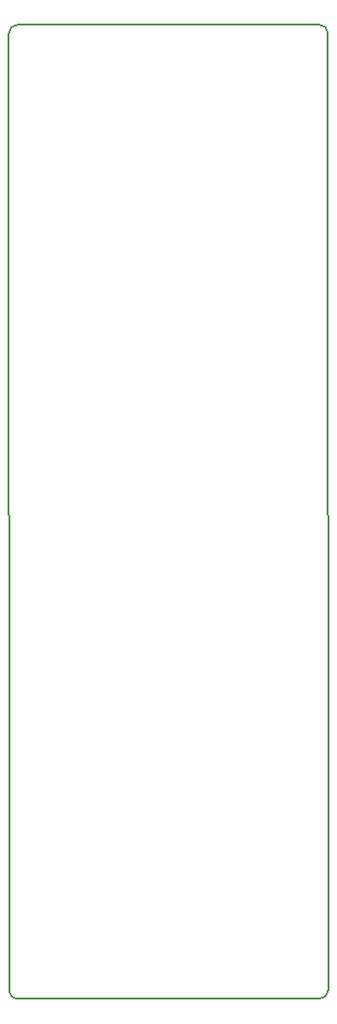
<source format=gbr>
G04 #@! TF.FileFunction,Profile,NP*
%FSLAX46Y46*%
G04 Gerber Fmt 4.6, Leading zero omitted, Abs format (unit mm)*
G04 Created by KiCad (PCBNEW 4.0.7-e2-6376~58~ubuntu16.04.1) date Thu Dec 28 12:17:49 2017*
%MOMM*%
%LPD*%
G01*
G04 APERTURE LIST*
%ADD10C,0.100000*%
%ADD11C,0.150000*%
G04 APERTURE END LIST*
D10*
D11*
X26741120Y-28199080D02*
G75*
G03X27503120Y-27437080I0J762000D01*
G01*
X-1199709Y-27437080D02*
G75*
G03X-472440Y-28199080I762829J0D01*
G01*
X-431717Y59181893D02*
G75*
G03X-1206500Y58420000I-12783J-761893D01*
G01*
X27495500Y58420000D02*
G75*
G03X26733500Y59182000I-762000J0D01*
G01*
X-1198880Y-27437080D02*
X-1206500Y58420000D01*
X27495500Y58420000D02*
X27503120Y-27437080D01*
X26736040Y-28199080D02*
X-472440Y-28199080D01*
X-431800Y59182000D02*
X26733500Y59182000D01*
M02*

</source>
